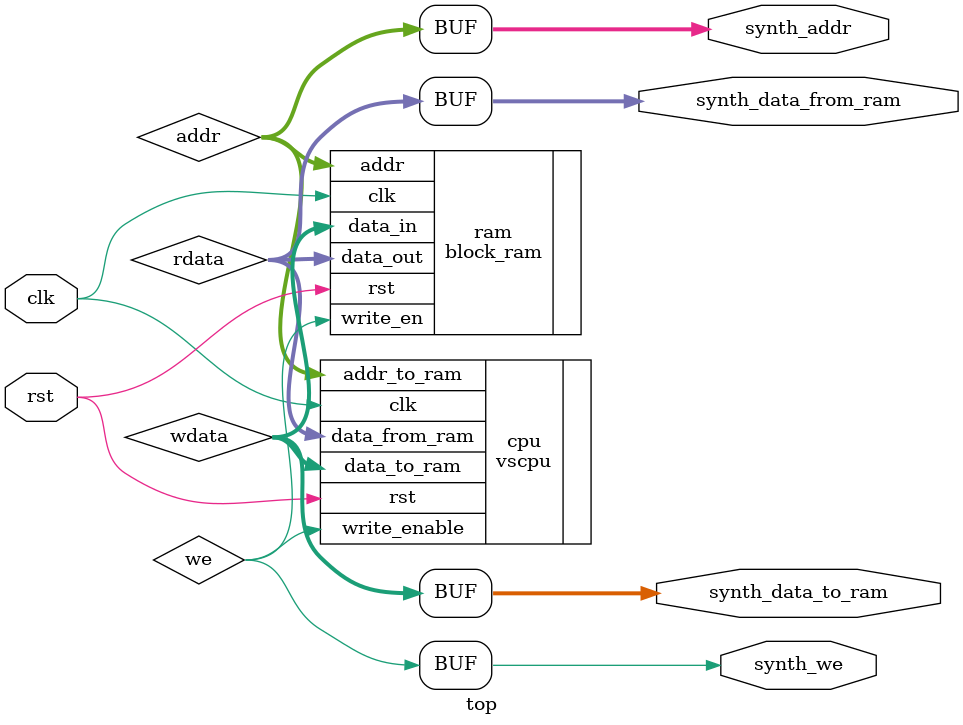
<source format=v>
`timescale 1ns / 1ps

module top(clk, rst, synth_data_to_ram, synth_data_from_ram, synth_addr, synth_we);
    input wire clk;
    input wire rst;
    
    output wire [31:0] synth_data_to_ram;
    output wire [31:0] synth_data_from_ram;
    output wire [13:0] synth_addr;
    output wire synth_we;
    
    wire we;
    wire [13:0] addr;
    wire [31:0] wdata;
    wire [31:0] rdata;
    
    assign synth_data_to_ram = wdata;
    assign synth_data_from_ram = rdata;
    assign synth_addr = addr;
    assign synth_we = we;

    vscpu cpu (
        .clk(clk),
        .rst(rst),
        .write_enable(we),
        .addr_to_ram(addr),
        .data_from_ram(rdata),
        .data_to_ram(wdata)
    );

    block_ram ram (
        .clk(clk),
        .rst(rst),
        .write_en(we),
        .addr(addr),
        .data_in(wdata),
        .data_out(rdata)
    );

endmodule

</source>
